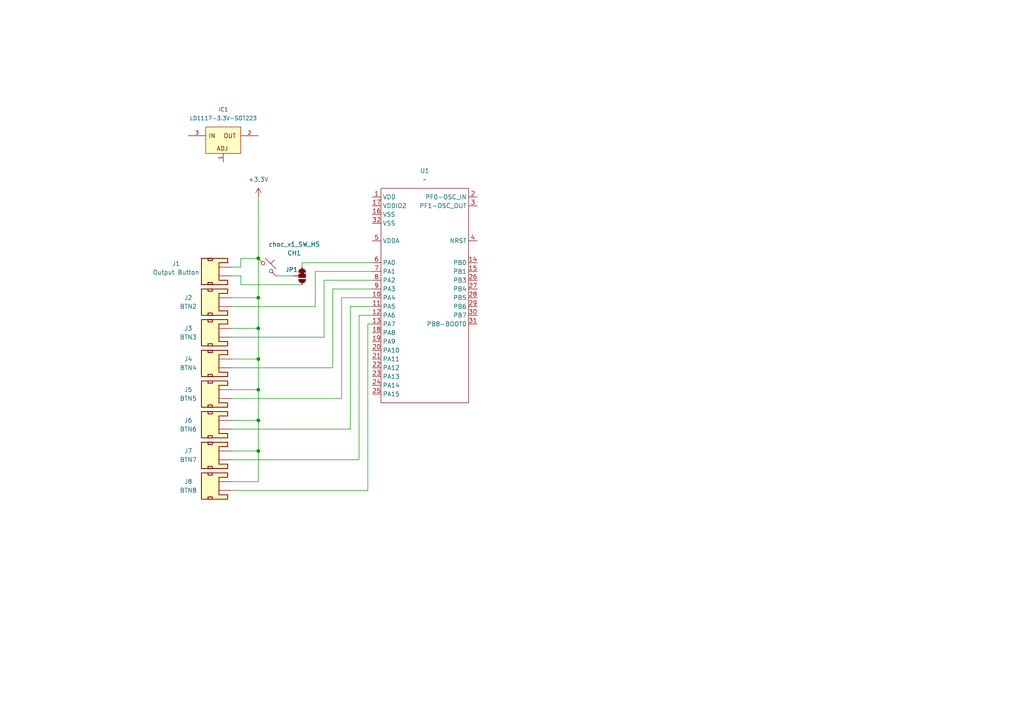
<source format=kicad_sch>
(kicad_sch (version 20250114) (generator "eeschema") (generator_version "9.0")
  (paper "A4")
  (lib_symbols
    (symbol "PCM_4ms_Power-symbol:+3.3V" (power) (pin_names (offset 0))
      (property "Value" "+3.3V" (at 0 3.556 0))
      (symbol "+3.3V_0_1"
        (polyline (pts (xy -0.762 1.27) (xy 0 2.54)))
        (polyline (pts (xy 0 2.54) (xy 0.762 1.27)))
        (polyline (pts (xy 0 0) (xy 0 2.54)))
      )
      (symbol "+3.3V_1_1"
        (pin power_in line (at 0 0 90) (length 0) (hide yes) (name "+3V3") (number "1"))
      )
    )
    (symbol "PCM_4ms_Regulator:LD1117-3.3V-SOT223" (pin_names (offset 1.016) (hide yes))
      (property "Reference" "IC" (at 2.54 -6.35 0))
      (property "Value" "LD1117-3.3V-SOT223" (at -4.445 4.445 0))
      (symbol "LD1117-3.3V-SOT223_1_0"
        (rectangle (start -5.08 3.81) (end 5.08 -3.81) (fill (type background)))
        (text "IN" (at -3.2766 1.2446 0) (effects (font (size 1.2192 1.2192))))
        (text "ADJ" (at -0.2794 -2.4384 0) (effects (font (size 1.2192 1.2192))))
        (text "OUT" (at 1.8796 1.2446 0) (effects (font (size 1.2192 1.2192))))
      )
      (symbol "LD1117-3.3V-SOT223_1_1"
        (pin input line (at -10.16 1.27 0) (length 5.08) (name "IN") (number "3"))
        (pin input line (at 0 -6.35 90) (length 2.54) (name "ADJ") (number "1"))
        (pin passive line (at 10.16 1.27 180) (length 5.08) (name "OUT") (number "2"))
      )
    )
    (symbol "PCM_SparkFun-Connector:Conn_01x02_JST_P2.0mm_Horizontal_SMD" (pin_numbers (hide yes)) (pin_names (offset 1.016) (hide yes))
      (property "Reference" "J" (at 0 5.08 0))
      (property "Value" "JST_2mm_LiPo" (at 0 -8.89 0))
      (symbol "Conn_01x02_JST_P2.0mm_Horizontal_SMD_1_1"
        (polyline (pts (xy -1.27 1.27) (xy -3.81 1.27) (xy -3.81 2.54) (xy 3.81 2.54) (xy 3.81 -5.08) (xy -3.81 -5.08) (xy -3.81 -3.81) (xy -1.27 -3.81) (xy -1.27 1.27)) (stroke (width 0.254)) (fill (type background)))
        (rectangle (start 0.635 2.54) (end 1.905 1.905) (stroke (width 0.254)))
        (rectangle (start 0.635 -4.445) (end 1.905 -5.08) (stroke (width 0.254)))
        (pin passive line (at -5.08 0 0) (length 3.81) (name "+") (number "2"))
        (pin passive line (at -5.08 -2.54 0) (length 3.81) (name "-") (number "1"))
        (pin no_connect line (at 1.27 1.27 0) (length 2.54) (hide yes) (name "NC2") (number "NC2"))
        (pin no_connect line (at 1.27 -3.81 0) (length 2.54) (hide yes) (name "NC1") (number "NC1"))
      )
    )
    (symbol "PCM_SparkFun-Jumper:SolderJumper_3_Bridged12" (pin_numbers (hide yes)) (pin_names (offset 0) (hide yes))
      (property "Reference" "JP" (at 0 2.54 0))
      (property "Value" "~" (at 3.81 1.27 0))
      (symbol "SolderJumper_3_Bridged12_0_1"
        (polyline (pts (xy -2.54 0) (xy -2.032 0)))
        (polyline (pts (xy -1.016 1.016) (xy -1.016 -1.016)))
        (rectangle (start -1.016 0.508) (end -0.508 -0.508) (fill (type outline)))
        (arc (start -1.016 -1.016) (mid -2.0276 0) (end -1.016 1.016))
        (arc (start -1.016 -1.016) (mid -2.0276 0) (end -1.016 1.016) (fill (type outline)))
        (rectangle (start -0.508 1.016) (end 0.508 -1.016) (fill (type outline)))
        (polyline (pts (xy 0 -1.27) (xy 0 -1.016)))
        (arc (start 1.016 1.016) (mid 2.0276 0) (end 1.016 -1.016))
        (arc (start 1.016 1.016) (mid 2.0276 0) (end 1.016 -1.016) (fill (type outline)))
        (polyline (pts (xy 1.016 1.016) (xy 1.016 -1.016)))
        (polyline (pts (xy 2.54 0) (xy 2.032 0)))
      )
      (symbol "SolderJumper_3_Bridged12_1_1"
        (pin passive line (at -2.54 0 0) (length 1.27) (name "A") (number "1"))
        (pin passive line (at 0 -2.54 90) (length 1.27) (name "B") (number "2"))
        (pin passive line (at 2.54 0 180) (length 1.27) (name "C") (number "3"))
      )
    )
    (symbol "PCM_marbastlib-choc:choc_v1_SW_HS_CPG135001S30" (pin_numbers (hide yes)) (pin_names (offset 1.016) (hide yes))
      (property "Reference" "CH" (at 3.048 1.016 0))
      (property "Value" "choc_v1_SW_HS" (at 0 -3.81 0))
      (symbol "choc_v1_SW_HS_CPG135001S30_0_1"
        (polyline (pts (xy -2.54 2.54) (xy -1.524 1.524) (xy -1.524 1.524)))
        (circle (center -1.1684 1.1684) (radius 0.508))
        (polyline (pts (xy -0.508 2.54) (xy 2.54 -0.508)))
        (polyline (pts (xy 1.016 1.016) (xy 2.032 2.032)))
        (circle (center 1.143 -1.1938) (radius 0.508))
        (polyline (pts (xy 1.524 -1.524) (xy 2.54 -2.54) (xy 2.54 -2.54) (xy 2.54 -2.54)))
        (pin passive line (at -2.54 2.54 0) (length 0) (name "1") (number "1"))
        (pin passive line (at 2.54 -2.54 180) (length 0) (name "2") (number "2"))
      )
    )
    (symbol "mycustomsymbols:STM32F042K6"
      (property "Reference" "U" (at -12.192 30.734 0))
      (symbol "STM32F042K6_0_1"
        (rectangle (start -12.7 29.21) (end 12.7 -33.02))
      )
      (symbol "STM32F042K6_1_1"
        (pin bidirectional line (at -15.24 26.67 0) (length 2.54) (name "VDD") (number "1"))
        (pin bidirectional line (at -15.24 24.13 0) (length 2.54) (name "VDDIO2") (number "17"))
        (pin bidirectional line (at -15.24 21.59 0) (length 2.54) (name "VSS") (number "16"))
        (pin bidirectional line (at -15.24 19.05 0) (length 2.54) (name "VSS") (number "32"))
        (pin bidirectional line (at -15.24 13.97 0) (length 2.54) (name "VDDA") (number "5"))
        (pin bidirectional line (at -15.24 7.62 0) (length 2.54) (name "PA0") (number "6"))
        (pin bidirectional line (at -15.24 5.08 0) (length 2.54) (name "PA1") (number "7"))
        (pin bidirectional line (at -15.24 2.54 0) (length 2.54) (name "PA2") (number "8"))
        (pin bidirectional line (at -15.24 0 0) (length 2.54) (name "PA3") (number "9"))
        (pin bidirectional line (at -15.24 -2.54 0) (length 2.54) (name "PA4") (number "10"))
        (pin bidirectional line (at -15.24 -5.08 0) (length 2.54) (name "PA5") (number "11"))
        (pin bidirectional line (at -15.24 -7.62 0) (length 2.54) (name "PA6") (number "12"))
        (pin bidirectional line (at -15.24 -10.16 0) (length 2.54) (name "PA7") (number "13"))
        (pin bidirectional line (at -15.24 -12.7 0) (length 2.54) (name "PA8") (number "18"))
        (pin bidirectional line (at -15.24 -15.24 0) (length 2.54) (name "PA9") (number "19"))
        (pin bidirectional line (at -15.24 -17.78 0) (length 2.54) (name "PA10") (number "20"))
        (pin bidirectional line (at -15.24 -20.32 0) (length 2.54) (name "PA11") (number "21"))
        (pin bidirectional line (at -15.24 -22.86 0) (length 2.54) (name "PA12") (number "22"))
        (pin bidirectional line (at -15.24 -25.4 0) (length 2.54) (name "PA13") (number "23"))
        (pin bidirectional line (at -15.24 -27.94 0) (length 2.54) (name "PA14") (number "24"))
        (pin bidirectional line (at -15.24 -30.48 0) (length 2.54) (name "PA15") (number "25"))
        (pin bidirectional line (at 15.24 26.67 180) (length 2.54) (name "PF0-OSC_IN") (number "2"))
        (pin bidirectional line (at 15.24 24.13 180) (length 2.54) (name "PF1-OSC_OUT") (number "3"))
        (pin bidirectional line (at 15.24 13.97 180) (length 2.54) (name "NRST") (number "4"))
        (pin bidirectional line (at 15.24 7.62 180) (length 2.54) (name "PB0") (number "14"))
        (pin bidirectional line (at 15.24 5.08 180) (length 2.54) (name "PB1") (number "15"))
        (pin bidirectional line (at 15.24 2.54 180) (length 2.54) (name "PB3") (number "26"))
        (pin bidirectional line (at 15.24 0 180) (length 2.54) (name "PB4") (number "27"))
        (pin bidirectional line (at 15.24 -2.54 180) (length 2.54) (name "PB5") (number "28"))
        (pin bidirectional line (at 15.24 -5.08 180) (length 2.54) (name "PB6") (number "29"))
        (pin bidirectional line (at 15.24 -7.62 180) (length 2.54) (name "PB7") (number "30"))
        (pin bidirectional line (at 15.24 -10.16 180) (length 2.54) (name "PB8-BOOT0") (number "31"))
      )
    )
  )
  (junction (at 74.93 121.92))
  (junction (at 74.93 74.93))
  (junction (at 74.93 86.36))
  (junction (at 74.93 95.25))
  (junction (at 74.93 113.03))
  (junction (at 74.93 130.81))
  (junction (at 74.93 104.14))
  (wire (pts (xy 67.31 104.14) (xy 74.93 104.14)))
  (wire (pts (xy 107.95 83.82) (xy 96.52 83.82)))
  (wire (pts (xy 106.68 142.24) (xy 67.31 142.24)))
  (wire (pts (xy 96.52 83.82) (xy 96.52 106.68)))
  (wire (pts (xy 106.68 93.98) (xy 106.68 142.24)))
  (wire (pts (xy 74.93 121.92) (xy 74.93 113.03)))
  (wire (pts (xy 107.95 91.44) (xy 104.14 91.44)))
  (wire (pts (xy 80.01 80.01) (xy 85.09 80.01)))
  (wire (pts (xy 67.31 88.9) (xy 91.44 88.9)))
  (wire (pts (xy 91.44 88.9) (xy 91.44 78.74)))
  (wire (pts (xy 99.06 115.57) (xy 67.31 115.57)))
  (wire (pts (xy 93.98 97.79) (xy 93.98 81.28)))
  (wire (pts (xy 87.63 76.2) (xy 87.63 77.47)))
  (wire (pts (xy 74.93 57.15) (xy 74.93 74.93)))
  (wire (pts (xy 69.85 82.55) (xy 87.63 82.55)))
  (wire (pts (xy 107.95 93.98) (xy 106.68 93.98)))
  (wire (pts (xy 67.31 113.03) (xy 74.93 113.03)))
  (wire (pts (xy 107.95 86.36) (xy 99.06 86.36)))
  (wire (pts (xy 69.85 80.01) (xy 67.31 80.01)))
  (wire (pts (xy 107.95 88.9) (xy 101.6 88.9)))
  (wire (pts (xy 67.31 121.92) (xy 74.93 121.92)))
  (wire (pts (xy 74.93 86.36) (xy 74.93 74.93)))
  (wire (pts (xy 74.93 95.25) (xy 74.93 86.36)))
  (wire (pts (xy 101.6 124.46) (xy 67.31 124.46)))
  (wire (pts (xy 91.44 78.74) (xy 107.95 78.74)))
  (wire (pts (xy 87.63 76.2) (xy 107.95 76.2)))
  (wire (pts (xy 104.14 91.44) (xy 104.14 133.35)))
  (wire (pts (xy 67.31 97.79) (xy 93.98 97.79)))
  (wire (pts (xy 67.31 139.7) (xy 74.93 139.7)))
  (wire (pts (xy 96.52 106.68) (xy 67.31 106.68)))
  (wire (pts (xy 67.31 95.25) (xy 74.93 95.25)))
  (wire (pts (xy 67.31 86.36) (xy 74.93 86.36)))
  (wire (pts (xy 99.06 86.36) (xy 99.06 115.57)))
  (wire (pts (xy 74.93 104.14) (xy 74.93 95.25)))
  (wire (pts (xy 93.98 81.28) (xy 107.95 81.28)))
  (wire (pts (xy 74.93 113.03) (xy 74.93 104.14)))
  (wire (pts (xy 69.85 77.47) (xy 69.85 74.93)))
  (wire (pts (xy 104.14 133.35) (xy 67.31 133.35)))
  (wire (pts (xy 67.31 77.47) (xy 69.85 77.47)))
  (wire (pts (xy 74.93 121.92) (xy 74.93 130.81)))
  (wire (pts (xy 69.85 74.93) (xy 74.93 74.93)))
  (wire (pts (xy 74.93 130.81) (xy 74.93 139.7)))
  (wire (pts (xy 67.31 130.81) (xy 74.93 130.81)))
  (wire (pts (xy 69.85 80.01) (xy 69.85 82.55)))
  (wire (pts (xy 101.6 88.9) (xy 101.6 124.46)))
  (symbol (lib_id "PCM_SparkFun-Connector:Conn_01x02_JST_P2.0mm_Horizontal_SMD") (at 62.23 142.24 180) (unit 1)
    (property "Reference" "J8" (at 54.61 139.7 0))
    (property "Value" "BTN8" (at 54.61 142.24 0))
    (property "Footprint" "PCM_SparkFun-Connector:JST_1x02_P2.0mm_Horizontal_SMD" (effects (hide yes)))
    (property "Description" "2 Pin 2mm JST Connector" (effects (hide yes)))
    (property "PROD_ID" "CONN-11443" (effects (hide yes)))
  )
  (symbol (lib_id "PCM_4ms_Regulator:LD1117-3.3V-SOT223") (at 64.77 40.64 0) (unit 1)
    (property "Reference" "IC1" (at 64.77 31.75 0) (effects (font (size 1.143 1.143))))
    (property "Value" "LD1117-3.3V-SOT223" (at 64.77 34.29 0) (effects (font (size 1.143 1.143))))
    (property "Footprint" "4ms_Package_SOT:SOT223" (effects (hide yes)))
    (property "Datasheet" "https://www.mouser.com/datasheet/2/389/cd00000544-1795431.pdf" (effects (hide yes)))
    (property "Description" "3.3V Voltage Regulator, SOT-223-3, Imax=0.8A, VinMax=15V, Vdrop=1V" (effects (hide yes)))
    (property "Manufacturer" "STMicroelectronics" (effects (hide yes)))
    (property "Part Number" "LD1117S33CTR" (effects (hide yes)))
  )
  (symbol (lib_id "PCM_4ms_Power-symbol:+3.3V") (at 74.93 57.15 0) (unit 1)
    (property "Reference" "#PWR01" (effects (hide yes)))
    (property "Value" "+3.3V" (at 74.93 52.07 0))
  )
  (symbol (lib_id "PCM_SparkFun-Connector:Conn_01x02_JST_P2.0mm_Horizontal_SMD") (at 62.23 88.9 180) (unit 1)
    (property "Reference" "J2" (at 54.61 86.36 0))
    (property "Value" "BTN2" (at 54.61 88.9 0))
    (property "Footprint" "PCM_SparkFun-Connector:JST_1x02_P2.0mm_Horizontal_SMD" (effects (hide yes)))
    (property "Description" "2 Pin 2mm JST Connector" (effects (hide yes)))
    (property "PROD_ID" "CONN-11443" (effects (hide yes)))
  )
  (symbol (lib_id "PCM_SparkFun-Connector:Conn_01x02_JST_P2.0mm_Horizontal_SMD") (at 62.23 115.57 180) (unit 1)
    (property "Reference" "J5" (at 54.61 113.03 0))
    (property "Value" "BTN5" (at 54.61 115.57 0))
    (property "Footprint" "PCM_SparkFun-Connector:JST_1x02_P2.0mm_Horizontal_SMD" (effects (hide yes)))
    (property "Description" "2 Pin 2mm JST Connector" (effects (hide yes)))
    (property "PROD_ID" "CONN-11443" (effects (hide yes)))
  )
  (symbol (lib_id "PCM_marbastlib-choc:choc_v1_SW_HS_CPG135001S30") (at 77.47 77.47 270) (mirror x) (unit 1)
    (property "Reference" "CH1" (at 85.344 73.406 90))
    (property "Value" "choc_v1_SW_HS" (at 85.344 70.866 90))
    (property "Footprint" "PCM_marbastlib-choc:SW_choc_v1_HS_CPG135001S30_1u" (effects (hide yes)))
    (property "Description" "Push button switch, normally open, two pins, 45° tilted" (effects (hide yes)))
  )
  (symbol (lib_id "PCM_SparkFun-Connector:Conn_01x02_JST_P2.0mm_Horizontal_SMD") (at 62.23 97.79 180) (unit 1)
    (property "Reference" "J3" (at 54.61 95.25 0))
    (property "Value" "BTN3" (at 54.61 97.79 0))
    (property "Footprint" "PCM_SparkFun-Connector:JST_1x02_P2.0mm_Horizontal_SMD" (effects (hide yes)))
    (property "Description" "2 Pin 2mm JST Connector" (effects (hide yes)))
    (property "PROD_ID" "CONN-11443" (effects (hide yes)))
  )
  (symbol (lib_id "PCM_SparkFun-Connector:Conn_01x02_JST_P2.0mm_Horizontal_SMD") (at 62.23 133.35 180) (unit 1)
    (property "Reference" "J7" (at 54.61 130.81 0))
    (property "Value" "BTN7" (at 54.61 133.35 0))
    (property "Footprint" "PCM_SparkFun-Connector:JST_1x02_P2.0mm_Horizontal_SMD" (effects (hide yes)))
    (property "Description" "2 Pin 2mm JST Connector" (effects (hide yes)))
    (property "PROD_ID" "CONN-11443" (effects (hide yes)))
  )
  (symbol (lib_id "PCM_SparkFun-Connector:Conn_01x02_JST_P2.0mm_Horizontal_SMD") (at 62.23 124.46 180) (unit 1)
    (property "Reference" "J6" (at 54.61 121.92 0))
    (property "Value" "BTN6" (at 54.61 124.46 0))
    (property "Footprint" "PCM_SparkFun-Connector:JST_1x02_P2.0mm_Horizontal_SMD" (effects (hide yes)))
    (property "Description" "2 Pin 2mm JST Connector" (effects (hide yes)))
    (property "PROD_ID" "CONN-11443" (effects (hide yes)))
  )
  (symbol (lib_id "PCM_SparkFun-Connector:Conn_01x02_JST_P2.0mm_Horizontal_SMD") (at 62.23 106.68 180) (unit 1)
    (property "Reference" "J4" (at 54.61 104.14 0))
    (property "Value" "BTN4" (at 54.61 106.68 0))
    (property "Footprint" "PCM_SparkFun-Connector:JST_1x02_P2.0mm_Horizontal_SMD" (effects (hide yes)))
    (property "Description" "2 Pin 2mm JST Connector" (effects (hide yes)))
    (property "PROD_ID" "CONN-11443" (effects (hide yes)))
  )
  (symbol (lib_id "PCM_SparkFun-Jumper:SolderJumper_3_Bridged12") (at 87.63 80.01 270) (unit 1)
    (property "Reference" "JP1" (at 84.582 78.232 90))
    (property "Footprint" "PCM_SparkFun-Jumper:Jumper_3_NC-1_Trace" (effects (hide yes)))
    (property "Description" "3-pole Solder Jumper, pins 1+2 closed/bridged" (effects (hide yes)))
  )
  (symbol (lib_id "PCM_SparkFun-Connector:Conn_01x02_JST_P2.0mm_Horizontal_SMD") (at 62.23 80.01 180) (unit 1)
    (property "Reference" "J1" (at 51.054 76.454 0))
    (property "Value" "Output Button" (at 51.054 78.994 0))
    (property "Footprint" "PCM_SparkFun-Connector:JST_1x02_P2.0mm_Horizontal_SMD" (effects (hide yes)))
    (property "Description" "2 Pin 2mm JST Connector" (effects (hide yes)))
    (property "PROD_ID" "CONN-11443" (effects (hide yes)))
  )
  (symbol (lib_id "mycustomsymbols:STM32F042K6") (at 123.19 83.82 0) (unit 1)
    (property "Reference" "U1" (at 123.19 49.53 0))
    (property "Value" "~" (at 123.19 52.07 0))
  )
)
</source>
